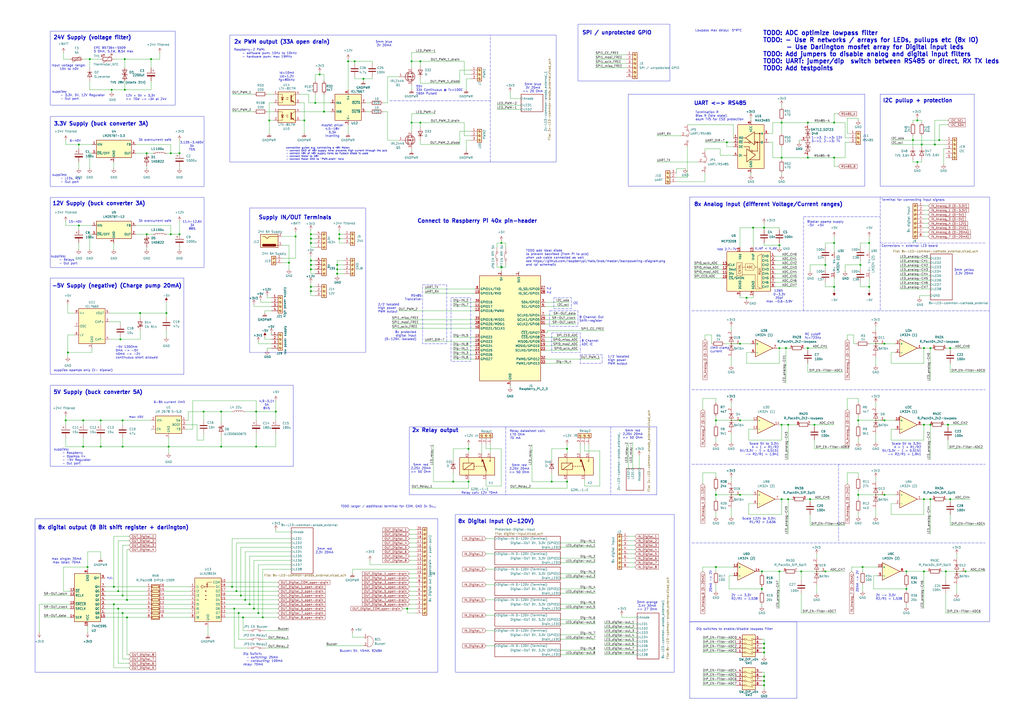
<source format=kicad_sch>
(kicad_sch
	(version 20231120)
	(generator "eeschema")
	(generator_version "8.0")
	(uuid "af4d11a6-73e1-4c39-a25e-5fe7dfa07237")
	(paper "A2")
	
	(junction
		(at 139.7 345.44)
		(diameter 0)
		(color 0 0 0 0)
		(uuid "01a8e618-7e14-4882-9136-a12536116a47")
	)
	(junction
		(at 236.22 353.06)
		(diameter 0)
		(color 0 0 0 0)
		(uuid "01c225b5-cd2c-42cd-9a9e-dd1eb69e7a46")
	)
	(junction
		(at 48.26 259.08)
		(diameter 0)
		(color 0 0 0 0)
		(uuid "04e54955-95ed-4070-adbb-7cee1b2c7a8b")
	)
	(junction
		(at 135.89 353.06)
		(diameter 0)
		(color 0 0 0 0)
		(uuid "05eca1c0-0042-44d8-82a8-b1f48175c33d")
	)
	(junction
		(at 483.87 91.44)
		(
... [573279 chars truncated]
</source>
